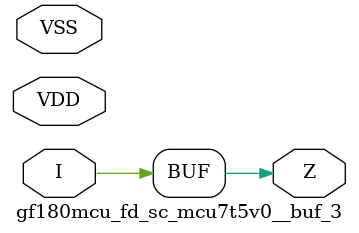
<source format=v>

module gf180mcu_fd_sc_mcu7t5v0__buf_3( I, Z, VDD, VSS );
input I;
inout VDD, VSS;
output Z;

	buf MGM_BG_0( Z, I );

endmodule

</source>
